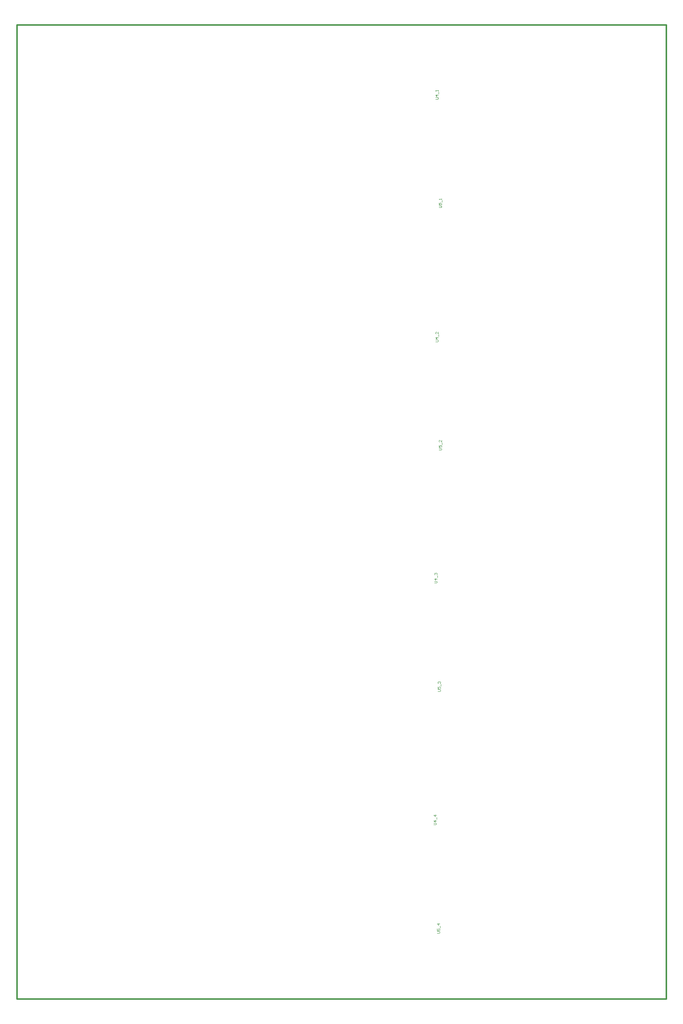
<source format=gm1>
G04*
G04 #@! TF.GenerationSoftware,Altium Limited,Altium Designer,20.1.12 (249)*
G04*
G04 Layer_Color=16711935*
%FSLAX25Y25*%
%MOIN*%
G70*
G04*
G04 #@! TF.SameCoordinates,17CD68B3-A26F-4FE0-94F3-A569FC1E460E*
G04*
G04*
G04 #@! TF.FilePolarity,Positive*
G04*
G01*
G75*
%ADD91C,0.01181*%
%ADD92C,0.00394*%
D91*
X203000Y100000D02*
X775000D01*
Y958000D01*
X203000D02*
X775000D01*
X203000D02*
X203000Y100000D01*
D92*
X573139Y158000D02*
X575106D01*
X575500Y158394D01*
Y159181D01*
X575106Y159574D01*
X573139D01*
Y161936D02*
Y160361D01*
X574319D01*
X573926Y161149D01*
Y161542D01*
X574319Y161936D01*
X575106D01*
X575500Y161542D01*
Y160755D01*
X575106Y160361D01*
X575894Y162723D02*
Y164297D01*
X575500Y166265D02*
X573139D01*
X574319Y165084D01*
Y166659D01*
X573639Y371000D02*
X575606D01*
X576000Y371394D01*
Y372181D01*
X575606Y372574D01*
X573639D01*
Y374936D02*
Y373361D01*
X574819D01*
X574426Y374149D01*
Y374542D01*
X574819Y374936D01*
X575606D01*
X576000Y374542D01*
Y373755D01*
X575606Y373361D01*
X576394Y375723D02*
Y377297D01*
X574032Y378084D02*
X573639Y378478D01*
Y379265D01*
X574032Y379659D01*
X574426D01*
X574819Y379265D01*
Y378871D01*
Y379265D01*
X575213Y379659D01*
X575606D01*
X576000Y379265D01*
Y378478D01*
X575606Y378084D01*
X574639Y583500D02*
X576606D01*
X577000Y583894D01*
Y584681D01*
X576606Y585074D01*
X574639D01*
Y587436D02*
Y585861D01*
X575819D01*
X575426Y586649D01*
Y587042D01*
X575819Y587436D01*
X576606D01*
X577000Y587042D01*
Y586255D01*
X576606Y585861D01*
X577394Y588223D02*
Y589797D01*
X577000Y592159D02*
Y590584D01*
X575426Y592159D01*
X575032D01*
X574639Y591765D01*
Y590978D01*
X575032Y590584D01*
X574589Y797175D02*
X576556D01*
X576950Y797569D01*
Y798356D01*
X576556Y798749D01*
X574589D01*
Y801111D02*
Y799536D01*
X575769D01*
X575376Y800324D01*
Y800717D01*
X575769Y801111D01*
X576556D01*
X576950Y800717D01*
Y799930D01*
X576556Y799536D01*
X577344Y801898D02*
Y803472D01*
X576950Y804259D02*
Y805046D01*
Y804653D01*
X574589D01*
X574982Y804259D01*
X570139Y253500D02*
X572106D01*
X572500Y253894D01*
Y254681D01*
X572106Y255074D01*
X570139D01*
X572500Y257042D02*
X570139D01*
X571319Y255861D01*
Y257436D01*
X572894Y258223D02*
Y259797D01*
X572500Y261765D02*
X570139D01*
X571319Y260584D01*
Y262159D01*
X570639Y466500D02*
X572606D01*
X573000Y466894D01*
Y467681D01*
X572606Y468074D01*
X570639D01*
X573000Y470042D02*
X570639D01*
X571819Y468861D01*
Y470436D01*
X573394Y471223D02*
Y472797D01*
X571032Y473584D02*
X570639Y473978D01*
Y474765D01*
X571032Y475159D01*
X571426D01*
X571819Y474765D01*
Y474371D01*
Y474765D01*
X572213Y475159D01*
X572606D01*
X573000Y474765D01*
Y473978D01*
X572606Y473584D01*
X571639Y679000D02*
X573606D01*
X574000Y679394D01*
Y680181D01*
X573606Y680574D01*
X571639D01*
X574000Y682542D02*
X571639D01*
X572819Y681361D01*
Y682936D01*
X574394Y683723D02*
Y685297D01*
X574000Y687659D02*
Y686084D01*
X572426Y687659D01*
X572032D01*
X571639Y687265D01*
Y686478D01*
X572032Y686084D01*
X571589Y892675D02*
X573556D01*
X573950Y893069D01*
Y893856D01*
X573556Y894249D01*
X571589D01*
X573950Y896217D02*
X571589D01*
X572769Y895036D01*
Y896611D01*
X574344Y897398D02*
Y898972D01*
X573950Y899759D02*
Y900546D01*
Y900153D01*
X571589D01*
X571982Y899759D01*
M02*

</source>
